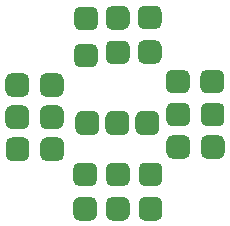
<source format=gbr>
%TF.GenerationSoftware,KiCad,Pcbnew,(5.1.10)-1*%
%TF.CreationDate,2021-06-06T01:25:55+08:00*%
%TF.ProjectId,W2S2812B,57325332-3831-4324-922e-6b696361645f,rev?*%
%TF.SameCoordinates,Original*%
%TF.FileFunction,Soldermask,Bot*%
%TF.FilePolarity,Negative*%
%FSLAX46Y46*%
G04 Gerber Fmt 4.6, Leading zero omitted, Abs format (unit mm)*
G04 Created by KiCad (PCBNEW (5.1.10)-1) date 2021-06-06 01:25:55*
%MOMM*%
%LPD*%
G01*
G04 APERTURE LIST*
G04 APERTURE END LIST*
%TO.C,R2*%
G36*
G01*
X10500000Y18090000D02*
X10500000Y17090000D01*
G75*
G02*
X10000000Y16590000I-500000J0D01*
G01*
X9000000Y16590000D01*
G75*
G02*
X8500000Y17090000I0J500000D01*
G01*
X8500000Y18090000D01*
G75*
G02*
X9000000Y18590000I500000J0D01*
G01*
X10000000Y18590000D01*
G75*
G02*
X10500000Y18090000I0J-500000D01*
G01*
G37*
G36*
G01*
X10500000Y15170000D02*
X10500000Y14170000D01*
G75*
G02*
X10000000Y13670000I-500000J0D01*
G01*
X9000000Y13670000D01*
G75*
G02*
X8500000Y14170000I0J500000D01*
G01*
X8500000Y15170000D01*
G75*
G02*
X9000000Y15670000I500000J0D01*
G01*
X10000000Y15670000D01*
G75*
G02*
X10500000Y15170000I0J-500000D01*
G01*
G37*
%TD*%
%TO.C,R1*%
G36*
G01*
X7820000Y18040000D02*
X7820000Y17040000D01*
G75*
G02*
X7320000Y16540000I-500000J0D01*
G01*
X6320000Y16540000D01*
G75*
G02*
X5820000Y17040000I0J500000D01*
G01*
X5820000Y18040000D01*
G75*
G02*
X6320000Y18540000I500000J0D01*
G01*
X7320000Y18540000D01*
G75*
G02*
X7820000Y18040000I0J-500000D01*
G01*
G37*
G36*
G01*
X7810000Y14890000D02*
X7810000Y13890000D01*
G75*
G02*
X7310000Y13390000I-500000J0D01*
G01*
X6310000Y13390000D01*
G75*
G02*
X5810000Y13890000I0J500000D01*
G01*
X5810000Y14890000D01*
G75*
G02*
X6310000Y15390000I500000J0D01*
G01*
X7310000Y15390000D01*
G75*
G02*
X7810000Y14890000I0J-500000D01*
G01*
G37*
%TD*%
%TO.C,R4*%
G36*
G01*
X3420000Y12900000D02*
X4420000Y12900000D01*
G75*
G02*
X4920000Y12400000I0J-500000D01*
G01*
X4920000Y11400000D01*
G75*
G02*
X4420000Y10900000I-500000J0D01*
G01*
X3420000Y10900000D01*
G75*
G02*
X2920000Y11400000I0J500000D01*
G01*
X2920000Y12400000D01*
G75*
G02*
X3420000Y12900000I500000J0D01*
G01*
G37*
G36*
G01*
X500000Y12900000D02*
X1500000Y12900000D01*
G75*
G02*
X2000000Y12400000I0J-500000D01*
G01*
X2000000Y11400000D01*
G75*
G02*
X1500000Y10900000I-500000J0D01*
G01*
X500000Y10900000D01*
G75*
G02*
X0Y11400000I0J500000D01*
G01*
X0Y12400000D01*
G75*
G02*
X500000Y12900000I500000J0D01*
G01*
G37*
%TD*%
%TO.C,R4*%
G36*
G01*
X3420000Y10170000D02*
X4420000Y10170000D01*
G75*
G02*
X4920000Y9670000I0J-500000D01*
G01*
X4920000Y8670000D01*
G75*
G02*
X4420000Y8170000I-500000J0D01*
G01*
X3420000Y8170000D01*
G75*
G02*
X2920000Y8670000I0J500000D01*
G01*
X2920000Y9670000D01*
G75*
G02*
X3420000Y10170000I500000J0D01*
G01*
G37*
G36*
G01*
X500000Y10170000D02*
X1500000Y10170000D01*
G75*
G02*
X2000000Y9670000I0J-500000D01*
G01*
X2000000Y8670000D01*
G75*
G02*
X1500000Y8170000I-500000J0D01*
G01*
X500000Y8170000D01*
G75*
G02*
X0Y8670000I0J500000D01*
G01*
X0Y9670000D01*
G75*
G02*
X500000Y10170000I500000J0D01*
G01*
G37*
%TD*%
%TO.C,R4*%
G36*
G01*
X3450000Y7460000D02*
X4450000Y7460000D01*
G75*
G02*
X4950000Y6960000I0J-500000D01*
G01*
X4950000Y5960000D01*
G75*
G02*
X4450000Y5460000I-500000J0D01*
G01*
X3450000Y5460000D01*
G75*
G02*
X2950000Y5960000I0J500000D01*
G01*
X2950000Y6960000D01*
G75*
G02*
X3450000Y7460000I500000J0D01*
G01*
G37*
G36*
G01*
X530000Y7460000D02*
X1530000Y7460000D01*
G75*
G02*
X2030000Y6960000I0J-500000D01*
G01*
X2030000Y5960000D01*
G75*
G02*
X1530000Y5460000I-500000J0D01*
G01*
X530000Y5460000D01*
G75*
G02*
X30000Y5960000I0J500000D01*
G01*
X30000Y6960000D01*
G75*
G02*
X530000Y7460000I500000J0D01*
G01*
G37*
%TD*%
%TO.C,R4*%
G36*
G01*
X17050000Y7650000D02*
X18050000Y7650000D01*
G75*
G02*
X18550000Y7150000I0J-500000D01*
G01*
X18550000Y6150000D01*
G75*
G02*
X18050000Y5650000I-500000J0D01*
G01*
X17050000Y5650000D01*
G75*
G02*
X16550000Y6150000I0J500000D01*
G01*
X16550000Y7150000D01*
G75*
G02*
X17050000Y7650000I500000J0D01*
G01*
G37*
G36*
G01*
X14130000Y7650000D02*
X15130000Y7650000D01*
G75*
G02*
X15630000Y7150000I0J-500000D01*
G01*
X15630000Y6150000D01*
G75*
G02*
X15130000Y5650000I-500000J0D01*
G01*
X14130000Y5650000D01*
G75*
G02*
X13630000Y6150000I0J500000D01*
G01*
X13630000Y7150000D01*
G75*
G02*
X14130000Y7650000I500000J0D01*
G01*
G37*
%TD*%
%TO.C,R4*%
G36*
G01*
X17040000Y10400000D02*
X18040000Y10400000D01*
G75*
G02*
X18540000Y9900000I0J-500000D01*
G01*
X18540000Y8900000D01*
G75*
G02*
X18040000Y8400000I-500000J0D01*
G01*
X17040000Y8400000D01*
G75*
G02*
X16540000Y8900000I0J500000D01*
G01*
X16540000Y9900000D01*
G75*
G02*
X17040000Y10400000I500000J0D01*
G01*
G37*
G36*
G01*
X14120000Y10400000D02*
X15120000Y10400000D01*
G75*
G02*
X15620000Y9900000I0J-500000D01*
G01*
X15620000Y8900000D01*
G75*
G02*
X15120000Y8400000I-500000J0D01*
G01*
X14120000Y8400000D01*
G75*
G02*
X13620000Y8900000I0J500000D01*
G01*
X13620000Y9900000D01*
G75*
G02*
X14120000Y10400000I500000J0D01*
G01*
G37*
%TD*%
%TO.C,R4*%
G36*
G01*
X17010000Y13190000D02*
X18010000Y13190000D01*
G75*
G02*
X18510000Y12690000I0J-500000D01*
G01*
X18510000Y11690000D01*
G75*
G02*
X18010000Y11190000I-500000J0D01*
G01*
X17010000Y11190000D01*
G75*
G02*
X16510000Y11690000I0J500000D01*
G01*
X16510000Y12690000D01*
G75*
G02*
X17010000Y13190000I500000J0D01*
G01*
G37*
G36*
G01*
X14090000Y13190000D02*
X15090000Y13190000D01*
G75*
G02*
X15590000Y12690000I0J-500000D01*
G01*
X15590000Y11690000D01*
G75*
G02*
X15090000Y11190000I-500000J0D01*
G01*
X14090000Y11190000D01*
G75*
G02*
X13590000Y11690000I0J500000D01*
G01*
X13590000Y12690000D01*
G75*
G02*
X14090000Y13190000I500000J0D01*
G01*
G37*
%TD*%
%TO.C,R12*%
G36*
G01*
X10510000Y4840000D02*
X10510000Y3840000D01*
G75*
G02*
X10010000Y3340000I-500000J0D01*
G01*
X9010000Y3340000D01*
G75*
G02*
X8510000Y3840000I0J500000D01*
G01*
X8510000Y4840000D01*
G75*
G02*
X9010000Y5340000I500000J0D01*
G01*
X10010000Y5340000D01*
G75*
G02*
X10510000Y4840000I0J-500000D01*
G01*
G37*
G36*
G01*
X10510000Y1920000D02*
X10510000Y920000D01*
G75*
G02*
X10010000Y420000I-500000J0D01*
G01*
X9010000Y420000D01*
G75*
G02*
X8510000Y920000I0J500000D01*
G01*
X8510000Y1920000D01*
G75*
G02*
X9010000Y2420000I500000J0D01*
G01*
X10010000Y2420000D01*
G75*
G02*
X10510000Y1920000I0J-500000D01*
G01*
G37*
%TD*%
%TO.C,R11*%
G36*
G01*
X7740000Y4840000D02*
X7740000Y3840000D01*
G75*
G02*
X7240000Y3340000I-500000J0D01*
G01*
X6240000Y3340000D01*
G75*
G02*
X5740000Y3840000I0J500000D01*
G01*
X5740000Y4840000D01*
G75*
G02*
X6240000Y5340000I500000J0D01*
G01*
X7240000Y5340000D01*
G75*
G02*
X7740000Y4840000I0J-500000D01*
G01*
G37*
G36*
G01*
X7740000Y1920000D02*
X7740000Y920000D01*
G75*
G02*
X7240000Y420000I-500000J0D01*
G01*
X6240000Y420000D01*
G75*
G02*
X5740000Y920000I0J500000D01*
G01*
X5740000Y1920000D01*
G75*
G02*
X6240000Y2420000I500000J0D01*
G01*
X7240000Y2420000D01*
G75*
G02*
X7740000Y1920000I0J-500000D01*
G01*
G37*
%TD*%
%TO.C,R4*%
G36*
G01*
X13280000Y4840000D02*
X13280000Y3840000D01*
G75*
G02*
X12780000Y3340000I-500000J0D01*
G01*
X11780000Y3340000D01*
G75*
G02*
X11280000Y3840000I0J500000D01*
G01*
X11280000Y4840000D01*
G75*
G02*
X11780000Y5340000I500000J0D01*
G01*
X12780000Y5340000D01*
G75*
G02*
X13280000Y4840000I0J-500000D01*
G01*
G37*
G36*
G01*
X13280000Y1920000D02*
X13280000Y920000D01*
G75*
G02*
X12780000Y420000I-500000J0D01*
G01*
X11780000Y420000D01*
G75*
G02*
X11280000Y920000I0J500000D01*
G01*
X11280000Y1920000D01*
G75*
G02*
X11780000Y2420000I500000J0D01*
G01*
X12780000Y2420000D01*
G75*
G02*
X13280000Y1920000I0J-500000D01*
G01*
G37*
%TD*%
%TO.C,R3*%
G36*
G01*
X13210000Y18120000D02*
X13210000Y17120000D01*
G75*
G02*
X12710000Y16620000I-500000J0D01*
G01*
X11710000Y16620000D01*
G75*
G02*
X11210000Y17120000I0J500000D01*
G01*
X11210000Y18120000D01*
G75*
G02*
X11710000Y18620000I500000J0D01*
G01*
X12710000Y18620000D01*
G75*
G02*
X13210000Y18120000I0J-500000D01*
G01*
G37*
G36*
G01*
X13210000Y15200000D02*
X13210000Y14200000D01*
G75*
G02*
X12710000Y13700000I-500000J0D01*
G01*
X11710000Y13700000D01*
G75*
G02*
X11210000Y14200000I0J500000D01*
G01*
X11210000Y15200000D01*
G75*
G02*
X11710000Y15700000I500000J0D01*
G01*
X12710000Y15700000D01*
G75*
G02*
X13210000Y15200000I0J-500000D01*
G01*
G37*
%TD*%
%TO.C,J1*%
G36*
G01*
X12528000Y7664000D02*
X11512000Y7664000D01*
G75*
G02*
X11004000Y8172000I0J508000D01*
G01*
X11004000Y9188000D01*
G75*
G02*
X11512000Y9696000I508000J0D01*
G01*
X12528000Y9696000D01*
G75*
G02*
X13036000Y9188000I0J-508000D01*
G01*
X13036000Y8172000D01*
G75*
G02*
X12528000Y7664000I-508000J0D01*
G01*
G37*
G36*
G01*
X9988000Y7664000D02*
X8972000Y7664000D01*
G75*
G02*
X8464000Y8172000I0J508000D01*
G01*
X8464000Y9188000D01*
G75*
G02*
X8972000Y9696000I508000J0D01*
G01*
X9988000Y9696000D01*
G75*
G02*
X10496000Y9188000I0J-508000D01*
G01*
X10496000Y8172000D01*
G75*
G02*
X9988000Y7664000I-508000J0D01*
G01*
G37*
G36*
G01*
X7448000Y7664000D02*
X6432000Y7664000D01*
G75*
G02*
X5924000Y8172000I0J508000D01*
G01*
X5924000Y9188000D01*
G75*
G02*
X6432000Y9696000I508000J0D01*
G01*
X7448000Y9696000D01*
G75*
G02*
X7956000Y9188000I0J-508000D01*
G01*
X7956000Y8172000D01*
G75*
G02*
X7448000Y7664000I-508000J0D01*
G01*
G37*
%TD*%
M02*

</source>
